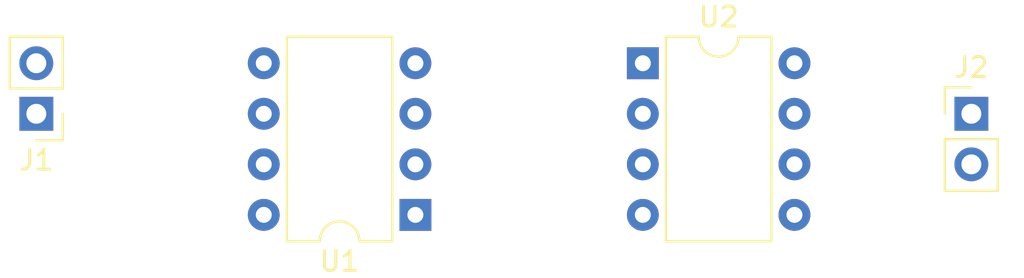
<source format=kicad_pcb>
(kicad_pcb (version 20171130) (host pcbnew 5.1.5)

  (general
    (thickness 1.6)
    (drawings 0)
    (tracks 0)
    (zones 0)
    (modules 4)
    (nets 11)
  )

  (page A4)
  (layers
    (0 F.Cu signal)
    (31 B.Cu signal)
    (32 B.Adhes user)
    (33 F.Adhes user)
    (34 B.Paste user)
    (35 F.Paste user)
    (36 B.SilkS user)
    (37 F.SilkS user)
    (38 B.Mask user)
    (39 F.Mask user)
    (40 Dwgs.User user)
    (41 Cmts.User user)
    (42 Eco1.User user)
    (43 Eco2.User user)
    (44 Edge.Cuts user)
    (45 Margin user)
    (46 B.CrtYd user)
    (47 F.CrtYd user)
    (48 B.Fab user)
    (49 F.Fab user)
  )

  (setup
    (last_trace_width 0.25)
    (trace_clearance 0.2)
    (zone_clearance 0.508)
    (zone_45_only no)
    (trace_min 0.2)
    (via_size 0.8)
    (via_drill 0.4)
    (via_min_size 0.4)
    (via_min_drill 0.3)
    (uvia_size 0.3)
    (uvia_drill 0.1)
    (uvias_allowed no)
    (uvia_min_size 0.2)
    (uvia_min_drill 0.1)
    (edge_width 0.05)
    (segment_width 0.2)
    (pcb_text_width 0.3)
    (pcb_text_size 1.5 1.5)
    (mod_edge_width 0.12)
    (mod_text_size 1 1)
    (mod_text_width 0.15)
    (pad_size 1.524 1.524)
    (pad_drill 0.762)
    (pad_to_mask_clearance 0.051)
    (solder_mask_min_width 0.25)
    (aux_axis_origin 0 0)
    (visible_elements FFFFFF7F)
    (pcbplotparams
      (layerselection 0x010fc_ffffffff)
      (usegerberextensions false)
      (usegerberattributes false)
      (usegerberadvancedattributes false)
      (creategerberjobfile false)
      (excludeedgelayer true)
      (linewidth 0.100000)
      (plotframeref false)
      (viasonmask false)
      (mode 1)
      (useauxorigin false)
      (hpglpennumber 1)
      (hpglpenspeed 20)
      (hpglpendiameter 15.000000)
      (psnegative false)
      (psa4output false)
      (plotreference true)
      (plotvalue true)
      (plotinvisibletext false)
      (padsonsilk false)
      (subtractmaskfromsilk false)
      (outputformat 1)
      (mirror false)
      (drillshape 1)
      (scaleselection 1)
      (outputdirectory ""))
  )

  (net 0 "")
  (net 1 "Net-(U1-Pad8)")
  (net 2 "Net-(U1-Pad4)")
  (net 3 /SCL)
  (net 4 "Net-(U1-Pad3)")
  (net 5 "Net-(U1-Pad6)")
  (net 6 "Net-(U1-Pad2)")
  (net 7 /SDA)
  (net 8 "Net-(U1-Pad1)")
  (net 9 "Net-(J2-Pad1)")
  (net 10 "Net-(J2-Pad2)")

  (net_class Default "これはデフォルトのネット クラスです。"
    (clearance 0.2)
    (trace_width 0.25)
    (via_dia 0.8)
    (via_drill 0.4)
    (uvia_dia 0.3)
    (uvia_drill 0.1)
    (add_net /SCL)
    (add_net /SDA)
    (add_net "Net-(J2-Pad1)")
    (add_net "Net-(J2-Pad2)")
    (add_net "Net-(U1-Pad1)")
    (add_net "Net-(U1-Pad2)")
    (add_net "Net-(U1-Pad3)")
    (add_net "Net-(U1-Pad4)")
    (add_net "Net-(U1-Pad6)")
    (add_net "Net-(U1-Pad8)")
  )

  (module Connector_PinHeader_2.54mm:PinHeader_1x02_P2.54mm_Vertical (layer F.Cu) (tedit 59FED5CC) (tstamp 5E65A75E)
    (at 205.74 93.98)
    (descr "Through hole straight pin header, 1x02, 2.54mm pitch, single row")
    (tags "Through hole pin header THT 1x02 2.54mm single row")
    (path /5E661B2B)
    (fp_text reference J2 (at 0 -2.33) (layer F.SilkS)
      (effects (font (size 1 1) (thickness 0.15)))
    )
    (fp_text value Sensor (at 0 4.87) (layer F.Fab)
      (effects (font (size 1 1) (thickness 0.15)))
    )
    (fp_text user %R (at 0 1.27 90) (layer F.Fab)
      (effects (font (size 1 1) (thickness 0.15)))
    )
    (fp_line (start 1.8 -1.8) (end -1.8 -1.8) (layer F.CrtYd) (width 0.05))
    (fp_line (start 1.8 4.35) (end 1.8 -1.8) (layer F.CrtYd) (width 0.05))
    (fp_line (start -1.8 4.35) (end 1.8 4.35) (layer F.CrtYd) (width 0.05))
    (fp_line (start -1.8 -1.8) (end -1.8 4.35) (layer F.CrtYd) (width 0.05))
    (fp_line (start -1.33 -1.33) (end 0 -1.33) (layer F.SilkS) (width 0.12))
    (fp_line (start -1.33 0) (end -1.33 -1.33) (layer F.SilkS) (width 0.12))
    (fp_line (start -1.33 1.27) (end 1.33 1.27) (layer F.SilkS) (width 0.12))
    (fp_line (start 1.33 1.27) (end 1.33 3.87) (layer F.SilkS) (width 0.12))
    (fp_line (start -1.33 1.27) (end -1.33 3.87) (layer F.SilkS) (width 0.12))
    (fp_line (start -1.33 3.87) (end 1.33 3.87) (layer F.SilkS) (width 0.12))
    (fp_line (start -1.27 -0.635) (end -0.635 -1.27) (layer F.Fab) (width 0.1))
    (fp_line (start -1.27 3.81) (end -1.27 -0.635) (layer F.Fab) (width 0.1))
    (fp_line (start 1.27 3.81) (end -1.27 3.81) (layer F.Fab) (width 0.1))
    (fp_line (start 1.27 -1.27) (end 1.27 3.81) (layer F.Fab) (width 0.1))
    (fp_line (start -0.635 -1.27) (end 1.27 -1.27) (layer F.Fab) (width 0.1))
    (pad 2 thru_hole oval (at 0 2.54) (size 1.7 1.7) (drill 1) (layers *.Cu *.Mask)
      (net 10 "Net-(J2-Pad2)"))
    (pad 1 thru_hole rect (at 0 0) (size 1.7 1.7) (drill 1) (layers *.Cu *.Mask)
      (net 9 "Net-(J2-Pad1)"))
    (model ${KISYS3DMOD}/Connector_PinHeader_2.54mm.3dshapes/PinHeader_1x02_P2.54mm_Vertical.wrl
      (at (xyz 0 0 0))
      (scale (xyz 1 1 1))
      (rotate (xyz 0 0 0))
    )
  )

  (module Connector_PinHeader_2.54mm:PinHeader_1x02_P2.54mm_Vertical (layer F.Cu) (tedit 59FED5CC) (tstamp 5E65A748)
    (at 158.75 93.98 180)
    (descr "Through hole straight pin header, 1x02, 2.54mm pitch, single row")
    (tags "Through hole pin header THT 1x02 2.54mm single row")
    (path /5E65E271)
    (fp_text reference J1 (at 0 -2.33) (layer F.SilkS)
      (effects (font (size 1 1) (thickness 0.15)))
    )
    (fp_text value I2C (at 0 4.87) (layer F.Fab)
      (effects (font (size 1 1) (thickness 0.15)))
    )
    (fp_text user %R (at 0 1.27 90) (layer F.Fab)
      (effects (font (size 1 1) (thickness 0.15)))
    )
    (fp_line (start 1.8 -1.8) (end -1.8 -1.8) (layer F.CrtYd) (width 0.05))
    (fp_line (start 1.8 4.35) (end 1.8 -1.8) (layer F.CrtYd) (width 0.05))
    (fp_line (start -1.8 4.35) (end 1.8 4.35) (layer F.CrtYd) (width 0.05))
    (fp_line (start -1.8 -1.8) (end -1.8 4.35) (layer F.CrtYd) (width 0.05))
    (fp_line (start -1.33 -1.33) (end 0 -1.33) (layer F.SilkS) (width 0.12))
    (fp_line (start -1.33 0) (end -1.33 -1.33) (layer F.SilkS) (width 0.12))
    (fp_line (start -1.33 1.27) (end 1.33 1.27) (layer F.SilkS) (width 0.12))
    (fp_line (start 1.33 1.27) (end 1.33 3.87) (layer F.SilkS) (width 0.12))
    (fp_line (start -1.33 1.27) (end -1.33 3.87) (layer F.SilkS) (width 0.12))
    (fp_line (start -1.33 3.87) (end 1.33 3.87) (layer F.SilkS) (width 0.12))
    (fp_line (start -1.27 -0.635) (end -0.635 -1.27) (layer F.Fab) (width 0.1))
    (fp_line (start -1.27 3.81) (end -1.27 -0.635) (layer F.Fab) (width 0.1))
    (fp_line (start 1.27 3.81) (end -1.27 3.81) (layer F.Fab) (width 0.1))
    (fp_line (start 1.27 -1.27) (end 1.27 3.81) (layer F.Fab) (width 0.1))
    (fp_line (start -0.635 -1.27) (end 1.27 -1.27) (layer F.Fab) (width 0.1))
    (pad 2 thru_hole oval (at 0 2.54 180) (size 1.7 1.7) (drill 1) (layers *.Cu *.Mask)
      (net 7 /SDA))
    (pad 1 thru_hole rect (at 0 0 180) (size 1.7 1.7) (drill 1) (layers *.Cu *.Mask)
      (net 3 /SCL))
    (model ${KISYS3DMOD}/Connector_PinHeader_2.54mm.3dshapes/PinHeader_1x02_P2.54mm_Vertical.wrl
      (at (xyz 0 0 0))
      (scale (xyz 1 1 1))
      (rotate (xyz 0 0 0))
    )
  )

  (module Package_DIP:DIP-8_W7.62mm (layer F.Cu) (tedit 5A02E8C5) (tstamp 5E65A366)
    (at 189.23 91.44)
    (descr "8-lead though-hole mounted DIP package, row spacing 7.62 mm (300 mils)")
    (tags "THT DIP DIL PDIP 2.54mm 7.62mm 300mil")
    (path /5E54D41E)
    (fp_text reference U2 (at 3.81 -2.33) (layer F.SilkS)
      (effects (font (size 1 1) (thickness 0.15)))
    )
    (fp_text value SN75176AP (at 3.81 9.95) (layer F.Fab)
      (effects (font (size 1 1) (thickness 0.15)))
    )
    (fp_text user %R (at 3.81 3.81) (layer F.Fab)
      (effects (font (size 1 1) (thickness 0.15)))
    )
    (fp_line (start 8.7 -1.55) (end -1.1 -1.55) (layer F.CrtYd) (width 0.05))
    (fp_line (start 8.7 9.15) (end 8.7 -1.55) (layer F.CrtYd) (width 0.05))
    (fp_line (start -1.1 9.15) (end 8.7 9.15) (layer F.CrtYd) (width 0.05))
    (fp_line (start -1.1 -1.55) (end -1.1 9.15) (layer F.CrtYd) (width 0.05))
    (fp_line (start 6.46 -1.33) (end 4.81 -1.33) (layer F.SilkS) (width 0.12))
    (fp_line (start 6.46 8.95) (end 6.46 -1.33) (layer F.SilkS) (width 0.12))
    (fp_line (start 1.16 8.95) (end 6.46 8.95) (layer F.SilkS) (width 0.12))
    (fp_line (start 1.16 -1.33) (end 1.16 8.95) (layer F.SilkS) (width 0.12))
    (fp_line (start 2.81 -1.33) (end 1.16 -1.33) (layer F.SilkS) (width 0.12))
    (fp_line (start 0.635 -0.27) (end 1.635 -1.27) (layer F.Fab) (width 0.1))
    (fp_line (start 0.635 8.89) (end 0.635 -0.27) (layer F.Fab) (width 0.1))
    (fp_line (start 6.985 8.89) (end 0.635 8.89) (layer F.Fab) (width 0.1))
    (fp_line (start 6.985 -1.27) (end 6.985 8.89) (layer F.Fab) (width 0.1))
    (fp_line (start 1.635 -1.27) (end 6.985 -1.27) (layer F.Fab) (width 0.1))
    (fp_arc (start 3.81 -1.33) (end 2.81 -1.33) (angle -180) (layer F.SilkS) (width 0.12))
    (pad 8 thru_hole oval (at 7.62 0) (size 1.6 1.6) (drill 0.8) (layers *.Cu *.Mask)
      (net 1 "Net-(U1-Pad8)"))
    (pad 4 thru_hole oval (at 0 7.62) (size 1.6 1.6) (drill 0.8) (layers *.Cu *.Mask)
      (net 5 "Net-(U1-Pad6)"))
    (pad 7 thru_hole oval (at 7.62 2.54) (size 1.6 1.6) (drill 0.8) (layers *.Cu *.Mask)
      (net 9 "Net-(J2-Pad1)"))
    (pad 3 thru_hole oval (at 0 5.08) (size 1.6 1.6) (drill 0.8) (layers *.Cu *.Mask)
      (net 6 "Net-(U1-Pad2)"))
    (pad 6 thru_hole oval (at 7.62 5.08) (size 1.6 1.6) (drill 0.8) (layers *.Cu *.Mask)
      (net 10 "Net-(J2-Pad2)"))
    (pad 2 thru_hole oval (at 0 2.54) (size 1.6 1.6) (drill 0.8) (layers *.Cu *.Mask)
      (net 6 "Net-(U1-Pad2)"))
    (pad 5 thru_hole oval (at 7.62 7.62) (size 1.6 1.6) (drill 0.8) (layers *.Cu *.Mask)
      (net 2 "Net-(U1-Pad4)"))
    (pad 1 thru_hole rect (at 0 0) (size 1.6 1.6) (drill 0.8) (layers *.Cu *.Mask)
      (net 4 "Net-(U1-Pad3)"))
    (model ${KISYS3DMOD}/Package_DIP.3dshapes/DIP-8_W7.62mm.wrl
      (at (xyz 0 0 0))
      (scale (xyz 1 1 1))
      (rotate (xyz 0 0 0))
    )
  )

  (module Package_DIP:DIP-8_W7.62mm (layer F.Cu) (tedit 5A02E8C5) (tstamp 5E65A34A)
    (at 177.8 99.06 180)
    (descr "8-lead though-hole mounted DIP package, row spacing 7.62 mm (300 mils)")
    (tags "THT DIP DIL PDIP 2.54mm 7.62mm 300mil")
    (path /5E65A072)
    (fp_text reference U1 (at 3.81 -2.33) (layer F.SilkS)
      (effects (font (size 1 1) (thickness 0.15)))
    )
    (fp_text value ATtiny85-20PU (at 3.81 9.95) (layer F.Fab)
      (effects (font (size 1 1) (thickness 0.15)))
    )
    (fp_text user %R (at 3.81 3.81) (layer F.Fab)
      (effects (font (size 1 1) (thickness 0.15)))
    )
    (fp_line (start 8.7 -1.55) (end -1.1 -1.55) (layer F.CrtYd) (width 0.05))
    (fp_line (start 8.7 9.15) (end 8.7 -1.55) (layer F.CrtYd) (width 0.05))
    (fp_line (start -1.1 9.15) (end 8.7 9.15) (layer F.CrtYd) (width 0.05))
    (fp_line (start -1.1 -1.55) (end -1.1 9.15) (layer F.CrtYd) (width 0.05))
    (fp_line (start 6.46 -1.33) (end 4.81 -1.33) (layer F.SilkS) (width 0.12))
    (fp_line (start 6.46 8.95) (end 6.46 -1.33) (layer F.SilkS) (width 0.12))
    (fp_line (start 1.16 8.95) (end 6.46 8.95) (layer F.SilkS) (width 0.12))
    (fp_line (start 1.16 -1.33) (end 1.16 8.95) (layer F.SilkS) (width 0.12))
    (fp_line (start 2.81 -1.33) (end 1.16 -1.33) (layer F.SilkS) (width 0.12))
    (fp_line (start 0.635 -0.27) (end 1.635 -1.27) (layer F.Fab) (width 0.1))
    (fp_line (start 0.635 8.89) (end 0.635 -0.27) (layer F.Fab) (width 0.1))
    (fp_line (start 6.985 8.89) (end 0.635 8.89) (layer F.Fab) (width 0.1))
    (fp_line (start 6.985 -1.27) (end 6.985 8.89) (layer F.Fab) (width 0.1))
    (fp_line (start 1.635 -1.27) (end 6.985 -1.27) (layer F.Fab) (width 0.1))
    (fp_arc (start 3.81 -1.33) (end 2.81 -1.33) (angle -180) (layer F.SilkS) (width 0.12))
    (pad 8 thru_hole oval (at 7.62 0 180) (size 1.6 1.6) (drill 0.8) (layers *.Cu *.Mask)
      (net 1 "Net-(U1-Pad8)"))
    (pad 4 thru_hole oval (at 0 7.62 180) (size 1.6 1.6) (drill 0.8) (layers *.Cu *.Mask)
      (net 2 "Net-(U1-Pad4)"))
    (pad 7 thru_hole oval (at 7.62 2.54 180) (size 1.6 1.6) (drill 0.8) (layers *.Cu *.Mask)
      (net 3 /SCL))
    (pad 3 thru_hole oval (at 0 5.08 180) (size 1.6 1.6) (drill 0.8) (layers *.Cu *.Mask)
      (net 4 "Net-(U1-Pad3)"))
    (pad 6 thru_hole oval (at 7.62 5.08 180) (size 1.6 1.6) (drill 0.8) (layers *.Cu *.Mask)
      (net 5 "Net-(U1-Pad6)"))
    (pad 2 thru_hole oval (at 0 2.54 180) (size 1.6 1.6) (drill 0.8) (layers *.Cu *.Mask)
      (net 6 "Net-(U1-Pad2)"))
    (pad 5 thru_hole oval (at 7.62 7.62 180) (size 1.6 1.6) (drill 0.8) (layers *.Cu *.Mask)
      (net 7 /SDA))
    (pad 1 thru_hole rect (at 0 0 180) (size 1.6 1.6) (drill 0.8) (layers *.Cu *.Mask)
      (net 8 "Net-(U1-Pad1)"))
    (model ${KISYS3DMOD}/Package_DIP.3dshapes/DIP-8_W7.62mm.wrl
      (at (xyz 0 0 0))
      (scale (xyz 1 1 1))
      (rotate (xyz 0 0 0))
    )
  )

)

</source>
